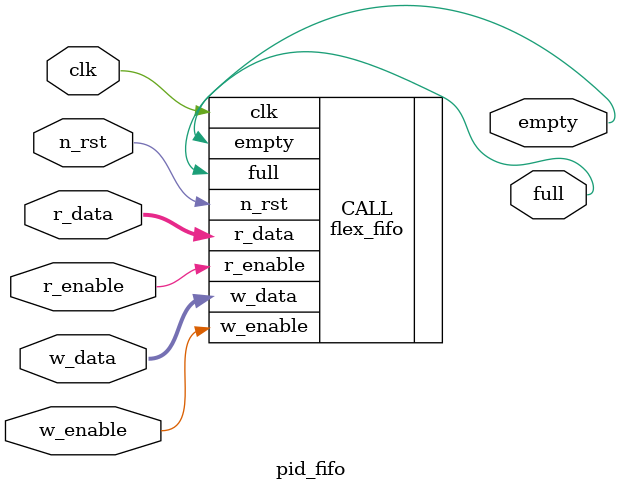
<source format=sv>

module pid_fifo (
		  input wire 	   clk,
		  input wire 	   n_rst,
		  input wire 	   r_enable,
		  input wire 	   w_enable,
		  input wire [7:0] w_data,
		  input wire [7:0] r_data,
		  output wire 	   empty,
		  output wire 	   full
		  );

   flex_fifo #(4,79,7) CALL(
		       .clk(clk),
		       .n_rst(n_rst),
		       .r_enable(r_enable),
		       .w_enable(w_enable),
		       .w_data(w_data),
		       .r_data(r_data),
		       .empty(empty),
		       .full(full)
		       );
endmodule // data_fifo

</source>
